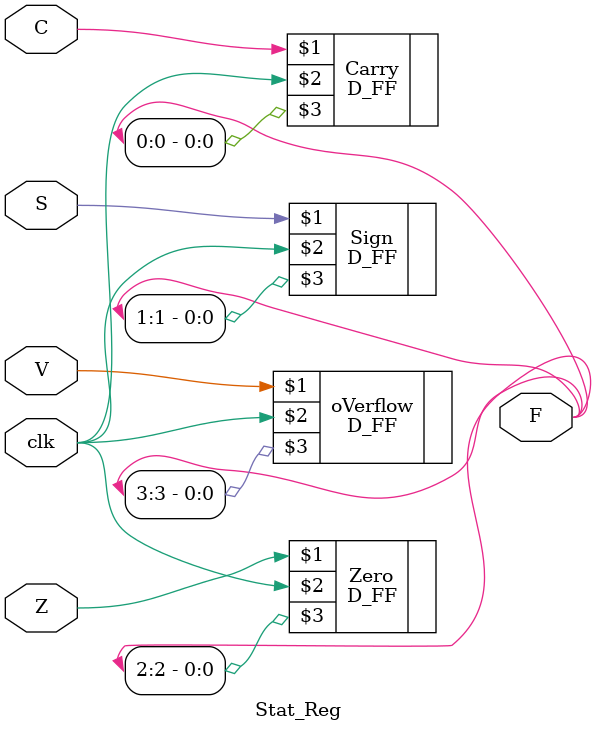
<source format=v>
`timescale 1ns / 1ps

module Stat_Reg(C, S, Z, V, clk, F);
    input C, S, Z, V, clk;
    output [3:0]F;
    
    D_FF Carry(C, clk, F[0]);
    D_FF Sign(S, clk, F[1]);
    D_FF Zero(Z, clk, F[2]);
    D_FF oVerflow(V, clk, F[3]);
    
endmodule

</source>
